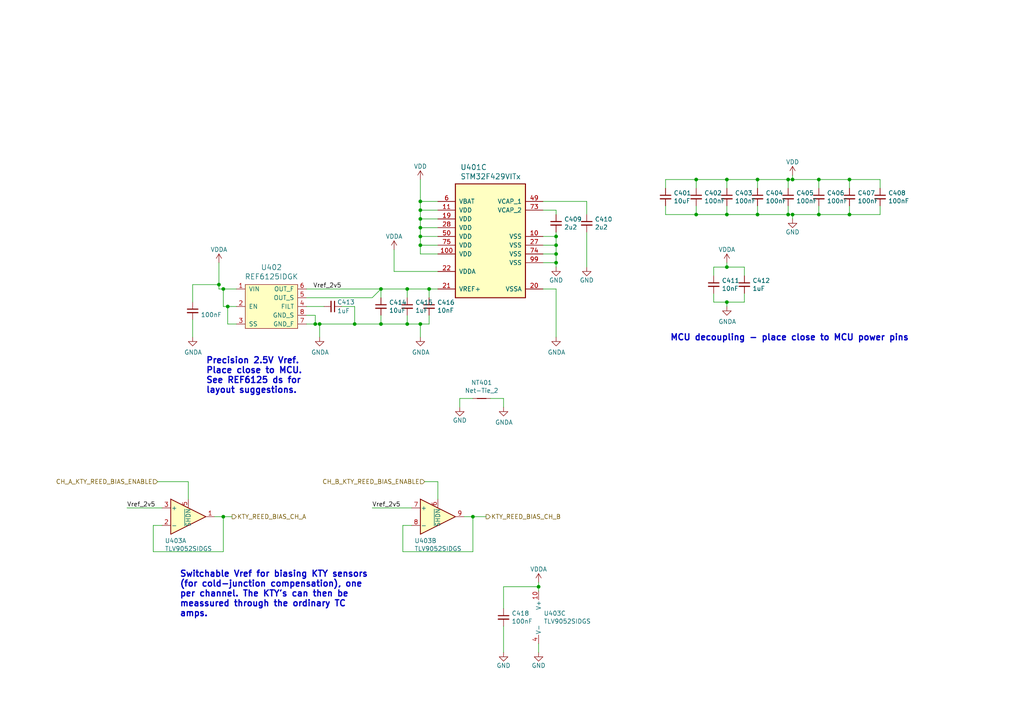
<source format=kicad_sch>
(kicad_sch (version 20211123) (generator eeschema)
  (paper "A4")
  (title_block (title "STM32F429 MCU power, decoupling, Vref") (date "2020-04-26") (rev "R0.1") (company "SolderingStationGroup : Jonny Svärd / Mathias Johansson / Magnus Thulesius"))
  (lib_symbols
    (symbol "Device:C_Small" (pin_numbers hide) (pin_names (offset 0.254) hide)
      (property "Reference" "C" (at 0.254 1.778 0))
      (property "Value" "C_Small" (at 0.254 -2.032 0))
      (symbol "C_Small_0_1"
        (polyline (pts (xy -1.524 -0.508) (xy 1.524 -0.508)) (stroke (width 0.3302)))
        (polyline (pts (xy -1.524 0.508) (xy 1.524 0.508)) (stroke (width 0.3048)))
      )
      (symbol "C_Small_1_1"
        (pin passive line (at 0 2.54 270) (length 2.032) (name "~") (number "1"))
        (pin passive line (at 0 -2.54 90) (length 2.032) (name "~") (number "2"))
      )
    )
    (symbol "Device:Net-Tie_2" (pin_numbers hide) (pin_names (offset 0) hide)
      (property "Reference" "NT" (at 0 1.27 0))
      (property "Value" "Device_Net-Tie_2" (at 0 -1.27 0))
      (symbol "Net-Tie_2_0_1"
        (polyline (pts (xy -1.27 0) (xy 1.27 0)) (stroke (width 0.254)))
      )
      (symbol "Net-Tie_2_1_1"
        (pin passive line (at -2.54 0 0) (length 2.54) (name "1") (number "1"))
        (pin passive line (at 2.54 0 180) (length 2.54) (name "2") (number "2"))
      )
    )
    (symbol "customlib_mj:REF6125IDGK" (pin_names (offset 1.016))
      (property "Reference" "U" (at 0 7.62 0))
      (property "Value" "REF6125IDGK" (at 0 -7.62 0))
      (symbol "REF6125IDGK_0_1"
        (rectangle (start -7.62 6.35) (end 7.62 -6.35) (fill (type background)))
      )
      (symbol "REF6125IDGK_1_1"
        (pin power_in line (at -10.16 5.08 0) (length 2.54) (name "VIN") (number "1"))
        (pin input line (at -10.16 0 0) (length 2.54) (name "EN") (number "2"))
        (pin passive line (at -10.16 -5.08 0) (length 2.54) (name "SS") (number "3"))
        (pin passive line (at 10.16 0 180) (length 2.54) (name "FILT") (number "4"))
        (pin input line (at 10.16 2.54 180) (length 2.54) (name "OUT_S") (number "5"))
        (pin output line (at 10.16 5.08 180) (length 2.54) (name "OUT_F") (number "6"))
        (pin power_in line (at 10.16 -5.08 180) (length 2.54) (name "GND_F") (number "7"))
        (pin power_in line (at 10.16 -2.54 180) (length 2.54) (name "GND_S") (number "8"))
      )
    )
    (symbol "customlib_mj:STM32F429VITx" (pin_names (offset 1.016))
      (property "Reference" "U" (at -10.16 46.99 0))
      (property "Value" "STM32F429VITx" (at -10.16 44.45 0))
      (symbol "STM32F429VITx_1_1"
        (rectangle (start -93.98 43.18) (end 93.98 -48.26) (stroke (width 0.3048)) (fill (type background)))
        (pin bidirectional line (at 99.06 40.64 180) (length 5.08) (name "ADC123_IN10/OTG_HS_ULPI_STP/FMC_SDNWE/PC0") (number "15"))
        (pin bidirectional line (at 99.06 38.1 180) (length 5.08) (name "ADC123_IN11/ETH_MDC/PC1") (number "16"))
        (pin bidirectional line (at 99.06 35.56 180) (length 5.08) (name "ADC123_IN12/SPI2_MISO/I2S2ext_SD/OTG_HS_ULPI_DIR/ETH_MII_TXD2/FMC_SDNE0/PC2") (number "17"))
        (pin bidirectional line (at 99.06 33.02 180) (length 5.08) (name "ADC123_IN13/SPI2_MOSI/I2S2_SD/OTG_HS_ULPI_NXT/ETH_MII_TX_CLK/FMC_SDCKE0/PC3") (number "18"))
        (pin bidirectional line (at -99.06 40.64 0) (length 5.08) (name "PA0/WKUP/TIM2_CH1/TIM2_ETR/TIM5_CH1/TIM8_ETR/USART2_CTS/UART4_TX/ETH_MII_CRS/ADC123_IN0") (number "23"))
        (pin bidirectional line (at -99.06 38.1 0) (length 5.08) (name "PA1/TIM2_CH2/TIM5_CH2/USART2_RTS/UART4_RX/ETH_MII_RX_CLK/ETH_RMII_REF_CLK/ADC123_IN1") (number "24"))
        (pin bidirectional line (at -99.06 35.56 0) (length 5.08) (name "PA2/TIM2_CH3/TIM5_CH3/TIM9_CH1/USART2_TX/ETH_MDIO/ADC123_IN2") (number "25"))
        (pin bidirectional line (at -99.06 33.02 0) (length 5.08) (name "PA3/TIM2_CH4/TIM5_CH4/TIM9_CH2/USART2_RX/OTG_HS_ULPI_D0/ETH_MII_COL/LCD_B5/ADC123_IN3") (number "26"))
        (pin bidirectional line (at -99.06 30.48 0) (length 5.08) (name "PA4(3V)/SPI1_NSS/SPI3_NSS/I2S3_WS/USART2_CK/OTG_HS_SOF/DCMI_HSYNC/LCD_VSYNC/ADC12_IN4/DAC_OUT1") (number "29"))
        (pin bidirectional line (at -99.06 27.94 0) (length 5.08) (name "PA5(3V)/TIM2_CH1/TIM2_ETR/TIM8_CH1N/SPI1_SCK/OTG_HS_ULPI_CK/ADC12_IN5/DAC_OUT2") (number "30"))
        (pin bidirectional line (at -99.06 25.4 0) (length 5.08) (name "PA6/TIM1_BKIN/TIM3_CH1/TIM8_BKIN/SPI1_MISO/TIM13_CH1/DCMI_PIXCLK/LCD_G2/ADC12_IN6") (number "31"))
        (pin bidirectional line (at -99.06 22.86 0) (length 5.08) (name "PA7/TIM1_CH1N/TIM3_CH2/TIM8_CH1N/SPI1_MOSI/TIM14_CH1/ETH_MII_RX_DV/ETH_RMII_CRS_DV/ADC12_IN7") (number "32"))
        (pin bidirectional line (at 99.06 30.48 180) (length 5.08) (name "ADC12_IN14/ETH_MII_RXD0/ETH_RMII_RXD0/PC4") (number "33"))
        (pin bidirectional line (at 99.06 27.94 180) (length 5.08) (name "ADC12_IN15/ETH_MII_RXD1/ETH_RMII_RXD1/PC5") (number "34"))
        (pin bidirectional line (at -99.06 -5.08 0) (length 5.08) (name "PB0/TIM1_CH2N/TIM3_CH3/TIM8_CH2N/LCD_R3/OTG_HS_ULPI_D1/ETH_MII_RXD2/ADC12_IN8") (number "35"))
        (pin bidirectional line (at -99.06 -7.62 0) (length 5.08) (name "PB1/TIM1_CH3N/TIM3_CH4/TIM8_CH3N/LCD_R6/OTG_HS_ULPI_D2/ETH_MII_RXD3/ADC12_IN9") (number "36"))
        (pin bidirectional line (at -99.06 -10.16 0) (length 5.08) (name "PB2/BOOT1") (number "37"))
        (pin bidirectional line (at -99.06 -30.48 0) (length 5.08) (name "PB10/TIM2_CH3/I2C2_SCL/SPI2_SCK/I2S2_CK/USART3_TX/OTG_HS_ULPI_D3/ETH_MII_RX_ER/LCD_G4") (number "47"))
        (pin bidirectional line (at -99.06 -33.02 0) (length 5.08) (name "PB11/TIM2_CH4/I2C2_SDA/USART3_RX/OTG_HS_ULPI_D4/ETH_MII_TX_EN/ETH_RMII_TX_EN/LCD_G5") (number "48"))
        (pin bidirectional line (at -99.06 -35.56 0) (length 5.08) (name "PB12/TIM1_BKIN/I2C2_SMBA/SPI2_NSS/I2S2_WS/USART3_CK/CAN2_RX/OTG_HS_ULPI_D5/ETH_MII_TXD0/ETH_RMII_TXD0/OTG_HS_ID") (number "51"))
        (pin bidirectional line (at -99.06 -38.1 0) (length 5.08) (name "PB13/TIM1_CH1N/SPI2_SCK/I2S2_CK/USART3_CTS/CAN2_TX/OTG_HS_ULPI_D6/ETH_MII_TXD1/ETH_RMII_TXD1/OTG_HS_VBUS") (number "52"))
        (pin bidirectional line (at -99.06 -40.64 0) (length 5.08) (name "PB14/TIM1_CH2N/TIM8_CH2N/SPI2_MISO/I2S2ext_SD/USART3_RTS/TIM12_CH1/OTG_HS_DM") (number "53"))
        (pin bidirectional line (at -99.06 -43.18 0) (length 5.08) (name "PB15/RTC_REFIN/TIM1_CH3N/TIM8_CH3N/SPI2_MOSI/I2S2_SD/TIM12_CH2/OTG_HS_DP") (number "54"))
        (pin bidirectional line (at 99.06 -25.4 180) (length 5.08) (name "USART3_TX/FMC_D13/PD8") (number "55"))
        (pin bidirectional line (at 99.06 -27.94 180) (length 5.08) (name "USART3_RX/FMC_D14/PD9") (number "56"))
        (pin bidirectional line (at 99.06 -30.48 180) (length 5.08) (name "USART3_CK/FMC_D15/LCD_B3/PD10") (number "57"))
        (pin bidirectional line (at 99.06 -33.02 180) (length 5.08) (name "USART3_CTS/FMC_A16/PD11") (number "58"))
        (pin bidirectional line (at 99.06 -35.56 180) (length 5.08) (name "TIM4_CH1/USART3_RTS/FMC_A17/PD12") (number "59"))
        (pin bidirectional line (at 99.06 -38.1 180) (length 5.08) (name "TIM4_CH2/FMC_A18/PD13") (number "60"))
        (pin bidirectional line (at 99.06 -40.64 180) (length 5.08) (name "TIM4_CH3/FMC_D0/PD14") (number "61"))
        (pin bidirectional line (at 99.06 -43.18 180) (length 5.08) (name "TIM4_CH4/FMC_D1/PD15") (number "62"))
        (pin bidirectional line (at 99.06 25.4 180) (length 5.08) (name "TIM3_CH1/TIM8_CH1/I2S2_MCK/USART6_TX/SDIO_D6/DCMI_D0/LCD_HSYNC/PC6") (number "63"))
        (pin bidirectional line (at 99.06 22.86 180) (length 5.08) (name "TIM3_CH2/TIM8_CH2/I2S3_MCK/USART6_RX/SDIO_D7/DCMI_D1/LCD_G6/PC7") (number "64"))
        (pin bidirectional line (at 99.06 20.32 180) (length 5.08) (name "TIM3_CH3/TIM8_CH3/USART6_CK/SDIO_D0/DCMI_D2/PC8") (number "65"))
        (pin bidirectional line (at 99.06 17.78 180) (length 5.08) (name "MCO2/TIM3_CH4/TIM8_CH4/I2C3_SDA/I2S_CKIN/SDIO_D1/DCMI_D3/PC9") (number "66"))
        (pin bidirectional line (at -99.06 20.32 0) (length 5.08) (name "PA8/MCO1/TIM1_CH1/I2C3_SCL/USART1_CK/OTG_FS_SOF/LCD_R6") (number "67"))
        (pin bidirectional line (at -99.06 17.78 0) (length 5.08) (name "PA9/TIM1_CH2/I2C3_SMBA/USART1_TX/DCMI_D0/OTG_FS_VBUS") (number "68"))
        (pin bidirectional line (at -99.06 15.24 0) (length 5.08) (name "PA10/TIM1_CH3/USART1_RX/OTG_FS_ID/DCMI_D1") (number "69"))
        (pin bidirectional line (at 99.06 7.62 180) (length 5.08) (name "TAMP_1/PC13") (number "7"))
        (pin bidirectional line (at -99.06 12.7 0) (length 5.08) (name "PA11/TIM1_CH4/USART1_CTS/CAN1_RX/LCD_R4/OTG_FS_DM") (number "70"))
        (pin bidirectional line (at -99.06 10.16 0) (length 5.08) (name "PA12/TIM1_ETR/USART1_RTS/CAN1_TX/LCD_R5/OTG_FS_DP") (number "71"))
        (pin bidirectional line (at -99.06 7.62 0) (length 5.08) (name "PA13/JTMS-SWDIO") (number "72"))
        (pin bidirectional line (at -99.06 5.08 0) (length 5.08) (name "PA14/JTCK-SWCLK") (number "76"))
        (pin bidirectional line (at -99.06 2.54 0) (length 5.08) (name "PA15/JTDI/TIM2_CH1/TIM2_ETR/SPI1_NSS/SPI3_NSS/I2S3_WS") (number "77"))
        (pin bidirectional line (at 99.06 15.24 180) (length 5.08) (name "SPI3_SCK/I2S3_CK/USART3_TX/UART4_TX/SDIO_D2/DCMI_D8/LCD_R2/PC10") (number "78"))
        (pin bidirectional line (at 99.06 12.7 180) (length 5.08) (name "I2S3ext_SD/SPI3_MISO/USART3_RX/UART4_RX/SDIO_D3/DCMI_D4/PC11") (number "79"))
        (pin bidirectional line (at 99.06 2.54 180) (length 5.08) (name "OSC32_IN/PC14") (number "8"))
        (pin bidirectional line (at 99.06 10.16 180) (length 5.08) (name "SPI3_MOSI/I2S3_SD/USART3_CK/UART5_TX/SDIO_CK/DCMI_D9/PC12") (number "80"))
        (pin bidirectional line (at 99.06 -5.08 180) (length 5.08) (name "CAN1_RX/FMC_D2/PD0") (number "81"))
        (pin bidirectional line (at 99.06 -7.62 180) (length 5.08) (name "CAN1_TX/FMC_D3/PD1") (number "82"))
        (pin bidirectional line (at 99.06 -10.16 180) (length 5.08) (name "TIM3_ETR/UART5_RX/SDIO_CMD/DCMI_D11/PD2") (number "83"))
        (pin bidirectional line (at 99.06 -12.7 180) (length 5.08) (name "SPI2_SCK/I2S2_CK/USART2_CTS/FMC_CLK/DCMI_D5/LCD_G7/PD3") (number "84"))
        (pin bidirectional line (at 99.06 -15.24 180) (length 5.08) (name "USART2_RTS/FMC_NOE/PD4") (number "85"))
        (pin bidirectional line (at 99.06 -17.78 180) (length 5.08) (name "USART2_TX/FMC_NWE/PD5") (number "86"))
        (pin bidirectional line (at 99.06 -20.32 180) (length 5.08) (name "SPI3_MOSI/I2S3_SD/SAI1_SD_A/USART2_RX/FMC_NWAIT/DCMI_D10/LCD_B2/PD6") (number "87"))
        (pin bidirectional line (at 99.06 -22.86 180) (length 5.08) (name "USART2_CK/FMC_NE1/FMC_NCE2/PD7") (number "88"))
        (pin bidirectional line (at -99.06 -12.7 0) (length 5.08) (name "PB3/JTDO/TRACESWO/TIM2_CH2/SPI1_SCK/SPI3_SCK/I2S3_CK") (number "89"))
        (pin bidirectional line (at 99.06 0 180) (length 5.08) (name "OSC32_OUT/PC15") (number "9"))
        (pin bidirectional line (at -99.06 -15.24 0) (length 5.08) (name "PB4/NJTRST/TIM3_CH1/SPI1_MISO/SPI3_MISO/I2S3ext_SD") (number "90"))
        (pin bidirectional line (at -99.06 -17.78 0) (length 5.08) (name "PB5/TIM3_CH2/I2C1_SMBA/SPI1_MOSI/SPI3_MOSI/I2S3_SD/CAN2_RX/OTG_HS_ULPI_D7/ETH_PPS_OUT/FMC_SDCKE1/DCMI_D10") (number "91"))
        (pin bidirectional line (at -99.06 -20.32 0) (length 5.08) (name "PB6/TIM4_CH1/I2C1_SCL/USART1_TX/CAN2_TX/FMC_SDNE1/DCMI_D5") (number "92"))
        (pin bidirectional line (at -99.06 -22.86 0) (length 5.08) (name "PB7/TIM4_CH2/I2C1_SDA/USART1_RX/FMC_NL/DCMI_VSYNC") (number "93"))
        (pin bidirectional line (at -99.06 -25.4 0) (length 5.08) (name "PB8/TIM4_CH3/TIM10_CH1/I2C1_SCL/CAN1_RX/ETH_MII_TXD3/SDIO_D4/DCMI_D6/LCD_B6") (number "95"))
        (pin bidirectional line (at -99.06 -27.94 0) (length 5.08) (name "PB9/TIM4_CH4/TIM11_CH1/I2C1_SDA/SPI2_NSS/I2S2_WS/CAN1_TX/SDIO_D5/DCMI_D7/LCD_B7") (number "96"))
      )
      (symbol "STM32F429VITx_2_1"
        (rectangle (start -43.18 43.18) (end 43.18 0) (stroke (width 0.3048)) (fill (type background)))
        (pin bidirectional line (at 48.26 35.56 180) (length 5.08) (name "TRACECLK/SPI4_SCK/SAI1_MCLK_A/ETH_MII_TXD3/FMC_A23/PE2") (number "1"))
        (pin input line (at -48.26 10.16 0) (length 5.08) (name "PH0/OSC_IN") (number "12"))
        (pin input line (at -48.26 2.54 0) (length 5.08) (name "PH1/OSC_OUT") (number "13"))
        (pin input line (at -48.26 25.4 0) (length 5.08) (name "NRST") (number "14"))
        (pin bidirectional line (at 48.26 33.02 180) (length 5.08) (name "TRACED0/SAI1_SD_B/FMC_A19/PE3") (number "2"))
        (pin bidirectional line (at 48.26 30.48 180) (length 5.08) (name "TRACED1/SPI4_NSS/SAI1_FS_A/FMC_A20/DCMI_D4/LCD_B0/PE4") (number "3"))
        (pin bidirectional line (at 48.26 22.86 180) (length 5.08) (name "TIM1_ETR/UART7_Rx/FMC_D4/PE7") (number "38"))
        (pin bidirectional line (at 48.26 20.32 180) (length 5.08) (name "TIM1_CH1N/UART7_Tx/FMC_D5/PE8") (number "39"))
        (pin bidirectional line (at 48.26 27.94 180) (length 5.08) (name "TRACED2/TIM9_CH1/SPI4_MISO/SAI1_SCK_A/FMC_A21/DCMI_D6/LCD_G0/PE5") (number "4"))
        (pin bidirectional line (at 48.26 17.78 180) (length 5.08) (name "TIM1_CH1/FMC_D6/PE9") (number "40"))
        (pin bidirectional line (at 48.26 15.24 180) (length 5.08) (name "TIM1_CH2N/FMC_D7/PE10") (number "41"))
        (pin bidirectional line (at 48.26 12.7 180) (length 5.08) (name "TIM1_CH2/SPI4_NSS/FMC_D8/LCD_G3/PE11") (number "42"))
        (pin bidirectional line (at 48.26 10.16 180) (length 5.08) (name "TIM1_CH3N/SPI4_SCK/FMC_D9/LCD_B4/PE12") (number "43"))
        (pin bidirectional line (at 48.26 7.62 180) (length 5.08) (name "TIM1_CH3/SPI4_MISO/FMC_D10/LCD_DE/PE13") (number "44"))
        (pin bidirectional line (at 48.26 5.08 180) (length 5.08) (name "TIM1_CH4/SPI4_MOSI/FMC_D11/LCD_CLK/PE14") (number "45"))
        (pin bidirectional line (at 48.26 2.54 180) (length 5.08) (name "TIM1_BKIN/FMC_D12/LCD_R7/PE15") (number "46"))
        (pin bidirectional line (at 48.26 25.4 180) (length 5.08) (name "TRACED3/TIM9_CH2/SPI4_MOSI/SAI1_SD_A/FMC_A22/DCMI_D7/LCD_G1/PE6") (number "5"))
        (pin input line (at -48.26 40.64 0) (length 5.08) (name "BOOT0") (number "94"))
        (pin bidirectional line (at 48.26 40.64 180) (length 5.08) (name "TIM4_ETR/UART8_RX/FMC_NBL0/DCMI_D2/PE0") (number "97"))
        (pin bidirectional line (at 48.26 38.1 180) (length 5.08) (name "UART8_Tx/FMC_NBL1/DCMI_D3/PE1") (number "98"))
      )
      (symbol "STM32F429VITx_3_1"
        (rectangle (start -10.16 27.94) (end 10.16 -5.08) (stroke (width 0.3048)) (fill (type background)))
        (pin power_in line (at 15.24 12.7 180) (length 5.08) (name "VSS") (number "10"))
        (pin power_in line (at -15.24 7.62 0) (length 5.08) (name "VDD") (number "100"))
        (pin power_in line (at -15.24 20.32 0) (length 5.08) (name "VDD") (number "11"))
        (pin power_in line (at -15.24 17.78 0) (length 5.08) (name "VDD") (number "19"))
        (pin power_in line (at 15.24 -2.54 180) (length 5.08) (name "VSSA") (number "20"))
        (pin power_in line (at -15.24 -2.54 0) (length 5.08) (name "VREF+") (number "21"))
        (pin power_in line (at -15.24 2.54 0) (length 5.08) (name "VDDA") (number "22"))
        (pin power_in line (at 15.24 10.16 180) (length 5.08) (name "VSS") (number "27"))
        (pin power_in line (at -15.24 15.24 0) (length 5.08) (name "VDD") (number "28"))
        (pin power_out line (at 15.24 22.86 180) (length 5.08) (name "VCAP_1") (number "49"))
        (pin power_in line (at -15.24 12.7 0) (length 5.08) (name "VDD") (number "50"))
        (pin power_in line (at -15.24 22.86 0) (length 5.08) (name "VBAT") (number "6"))
        (pin power_out line (at 15.24 20.32 180) (length 5.08) (name "VCAP_2") (number "73"))
        (pin power_in line (at 15.24 7.62 180) (length 5.08) (name "VSS") (number "74"))
        (pin power_in line (at -15.24 10.16 0) (length 5.08) (name "VDD") (number "75"))
        (pin power_in line (at 15.24 5.08 180) (length 5.08) (name "VSS") (number "99"))
      )
      (symbol "STM32F429VITx_4_1"
        (rectangle (start -27.94 15.24) (end 30.48 -7.62))
        (polyline (pts (xy -27.94 4.445) (xy 30.48 4.445)))
        (polyline (pts (xy -12.7 6.985) (xy -12.7 -7.62)))
        (polyline (pts (xy 3.175 6.985) (xy 3.175 -7.62)))
        (text "   0       1    ROM/bootldr" (at -26.67 -1.27 0) (effects (font (size 2.54 2.54)) (justify left)))
        (text "   1       1    Int. SRAM" (at -26.67 -5.08 0) (effects (font (size 2.54 2.54)) (justify left)))
        (text "   x       0    Main flash" (at -26.67 2.54 0) (effects (font (size 2.54 2.54)) (justify left)))
        (text "BOOT modes" (at -26.67 11.43 0) (effects (font (size 3.81 3.81) bold) (justify left)))
        (text "BOOT1  BOOT0  Mode" (at -26.67 6.35 0) (effects (font (size 2.54 2.54)) (justify left)))
      )
    )
    (symbol "customlib_mj:TLV9052SIDGS" (pin_names (offset 0.127))
      (property "Reference" "U" (at 1.27 3.81 0))
      (property "Value" "TLV9052SIDGS" (at -2.54 -5.08 0))
      (symbol "TLV9052SIDGS_1_1"
        (polyline (pts (xy -5.08 5.08) (xy 5.08 0) (xy -5.08 -5.08) (xy -5.08 5.08)) (stroke (width 0.254)) (fill (type background)))
        (pin output line (at 7.62 0 180) (length 2.54) (name "~") (number "1"))
        (pin input line (at -7.62 -2.54 0) (length 2.54) (name "-") (number "2"))
        (pin input line (at -7.62 2.54 0) (length 2.54) (name "+") (number "3"))
        (pin input line (at 0 5.08 270) (length 2.54) (name "~{SHDN}") (number "5"))
      )
      (symbol "TLV9052SIDGS_2_1"
        (polyline (pts (xy -5.08 5.08) (xy 5.08 0) (xy -5.08 -5.08) (xy -5.08 5.08)) (stroke (width 0.254)) (fill (type background)))
        (pin input line (at 0 5.08 270) (length 2.54) (name "~{SHDN}") (number "6"))
        (pin input line (at -7.62 2.54 0) (length 2.54) (name "+") (number "7"))
        (pin input line (at -7.62 -2.54 0) (length 2.54) (name "-") (number "8"))
        (pin output line (at 7.62 0 180) (length 2.54) (name "~") (number "9"))
      )
      (symbol "TLV9052SIDGS_3_1"
        (pin power_in line (at 0 7.62 270) (length 2.54) (name "V+") (number "10"))
        (pin power_in line (at 0 -7.62 90) (length 2.54) (name "V-") (number "4"))
      )
    )
    (symbol "power:GND" (power) (pin_names (offset 0))
      (property "Value" "GND" (at 0 -3.81 0))
      (symbol "GND_0_1"
        (polyline (pts (xy 0 0) (xy 0 -1.27) (xy 1.27 -1.27) (xy 0 -2.54) (xy -1.27 -1.27) (xy 0 -1.27)))
      )
      (symbol "GND_1_1"
        (pin power_in line (at 0 0 270) (length 0) hide (name "GND") (number "1"))
      )
    )
    (symbol "power:GNDA" (power) (pin_names (offset 0))
      (property "Value" "GNDA" (at 0 -3.81 0))
      (symbol "GNDA_0_1"
        (polyline (pts (xy 0 0) (xy 0 -1.27) (xy 1.27 -1.27) (xy 0 -2.54) (xy -1.27 -1.27) (xy 0 -1.27)))
      )
      (symbol "GNDA_1_1"
        (pin power_in line (at 0 0 270) (length 0) hide (name "GNDA") (number "1"))
      )
    )
    (symbol "power:VDD" (power) (pin_names (offset 0))
      (property "Value" "VDD" (at 0 3.81 0))
      (symbol "VDD_0_1"
        (polyline (pts (xy -0.762 1.27) (xy 0 2.54)))
        (polyline (pts (xy 0 0) (xy 0 2.54)))
        (polyline (pts (xy 0 2.54) (xy 0.762 1.27)))
      )
      (symbol "VDD_1_1"
        (pin power_in line (at 0 0 90) (length 0) hide (name "VDD") (number "1"))
      )
    )
    (symbol "power:VDDA" (power) (pin_names (offset 0))
      (property "Value" "VDDA" (at 0 3.81 0))
      (symbol "VDDA_0_1"
        (polyline (pts (xy -0.762 1.27) (xy 0 2.54)))
        (polyline (pts (xy 0 0) (xy 0 2.54)))
        (polyline (pts (xy 0 2.54) (xy 0.762 1.27)))
      )
      (symbol "VDDA_1_1"
        (pin power_in line (at 0 0 90) (length 0) hide (name "VDDA") (number "1"))
      )
    )
  )
  (junction (at 237.49 52.07))
  (junction (at 210.82 77.47))
  (junction (at 118.11 93.98))
  (junction (at 210.82 62.23))
  (junction (at 161.29 76.2))
  (junction (at 219.71 52.07))
  (junction (at 118.11 83.82))
  (junction (at 66.04 88.9))
  (junction (at 210.82 87.63))
  (junction (at 229.87 52.07))
  (junction (at 246.38 62.23))
  (junction (at 102.87 93.98))
  (junction (at 121.92 63.5))
  (junction (at 92.71 93.98))
  (junction (at 219.71 62.23))
  (junction (at 121.92 58.42))
  (junction (at 246.38 52.07))
  (junction (at 161.29 71.12))
  (junction (at 161.29 73.66))
  (junction (at 63.5 82.55))
  (junction (at 64.77 83.82))
  (junction (at 121.92 66.04))
  (junction (at 110.49 83.82))
  (junction (at 237.49 62.23))
  (junction (at 229.87 62.23))
  (junction (at 121.92 68.58))
  (junction (at 156.21 170.18))
  (junction (at 210.82 52.07))
  (junction (at 121.92 71.12))
  (junction (at 228.6 52.07))
  (junction (at 110.49 93.98))
  (junction (at 64.77 149.86))
  (junction (at 201.93 52.07))
  (junction (at 121.92 60.96))
  (junction (at 137.16 149.86))
  (junction (at 201.93 62.23))
  (junction (at 228.6 62.23))
  (junction (at 124.46 83.82))
  (junction (at 91.44 93.98))
  (junction (at 121.92 93.98))
  (junction (at 161.29 68.58))
  (wire (pts (xy 88.9 91.44) (xy 91.44 91.44)))
  (wire (pts (xy 161.29 83.82) (xy 157.48 83.82)))
  (wire (pts (xy 246.38 62.23) (xy 255.27 62.23)))
  (wire (pts (xy 161.29 62.23) (xy 161.29 60.96)))
  (wire (pts (xy 66.04 88.9) (xy 64.77 88.9)))
  (wire (pts (xy 229.87 63.5) (xy 229.87 62.23)))
  (wire (pts (xy 114.3 72.39) (xy 114.3 78.74)))
  (wire (pts (xy 88.9 83.82) (xy 110.49 83.82)))
  (wire (pts (xy 146.05 170.18) (xy 146.05 176.53)))
  (wire (pts (xy 93.98 88.9) (xy 88.9 88.9)))
  (wire (pts (xy 142.24 115.57) (xy 146.05 115.57)))
  (wire (pts (xy 110.49 83.82) (xy 107.95 86.36)))
  (wire (pts (xy 92.71 93.98) (xy 102.87 93.98)))
  (wire (pts (xy 215.9 87.63) (xy 210.82 87.63)))
  (wire (pts (xy 210.82 87.63) (xy 207.01 87.63)))
  (wire (pts (xy 121.92 71.12) (xy 121.92 68.58)))
  (wire (pts (xy 107.95 86.36) (xy 88.9 86.36)))
  (wire (pts (xy 255.27 62.23) (xy 255.27 59.69)))
  (wire (pts (xy 201.93 59.69) (xy 201.93 62.23)))
  (wire (pts (xy 54.61 139.7) (xy 45.72 139.7)))
  (wire (pts (xy 64.77 83.82) (xy 63.5 83.82)))
  (wire (pts (xy 55.88 87.63) (xy 55.88 82.55)))
  (wire (pts (xy 99.06 88.9) (xy 102.87 88.9)))
  (wire (pts (xy 219.71 54.61) (xy 219.71 52.07)))
  (wire (pts (xy 127 60.96) (xy 121.92 60.96)))
  (wire (pts (xy 170.18 67.31) (xy 170.18 77.47)))
  (wire (pts (xy 64.77 149.86) (xy 64.77 160.02)))
  (wire (pts (xy 63.5 83.82) (xy 63.5 82.55)))
  (wire (pts (xy 210.82 62.23) (xy 219.71 62.23)))
  (wire (pts (xy 201.93 52.07) (xy 201.93 54.61)))
  (wire (pts (xy 55.88 82.55) (xy 63.5 82.55)))
  (wire (pts (xy 118.11 91.44) (xy 118.11 93.98)))
  (wire (pts (xy 229.87 50.8) (xy 229.87 52.07)))
  (wire (pts (xy 127 73.66) (xy 121.92 73.66)))
  (wire (pts (xy 91.44 93.98) (xy 88.9 93.98)))
  (wire (pts (xy 146.05 115.57) (xy 146.05 118.11)))
  (wire (pts (xy 156.21 171.45) (xy 156.21 170.18)))
  (wire (pts (xy 228.6 59.69) (xy 228.6 62.23)))
  (wire (pts (xy 228.6 62.23) (xy 229.87 62.23)))
  (wire (pts (xy 201.93 62.23) (xy 210.82 62.23)))
  (wire (pts (xy 119.38 147.32) (xy 107.95 147.32)))
  (wire (pts (xy 116.84 152.4) (xy 119.38 152.4)))
  (wire (pts (xy 137.16 149.86) (xy 137.16 160.02)))
  (wire (pts (xy 161.29 71.12) (xy 161.29 73.66)))
  (wire (pts (xy 54.61 139.7) (xy 54.61 144.78)))
  (wire (pts (xy 127 63.5) (xy 121.92 63.5)))
  (wire (pts (xy 91.44 91.44) (xy 91.44 93.98)))
  (wire (pts (xy 62.23 149.86) (xy 64.77 149.86)))
  (wire (pts (xy 246.38 54.61) (xy 246.38 52.07)))
  (wire (pts (xy 110.49 93.98) (xy 102.87 93.98)))
  (wire (pts (xy 66.04 93.98) (xy 66.04 88.9)))
  (wire (pts (xy 210.82 77.47) (xy 215.9 77.47)))
  (wire (pts (xy 124.46 86.36) (xy 124.46 83.82)))
  (wire (pts (xy 44.45 152.4) (xy 46.99 152.4)))
  (wire (pts (xy 157.48 58.42) (xy 170.18 58.42)))
  (wire (pts (xy 255.27 52.07) (xy 255.27 54.61)))
  (wire (pts (xy 219.71 59.69) (xy 219.71 62.23)))
  (wire (pts (xy 114.3 78.74) (xy 127 78.74)))
  (wire (pts (xy 121.92 60.96) (xy 121.92 58.42)))
  (wire (pts (xy 157.48 68.58) (xy 161.29 68.58)))
  (wire (pts (xy 64.77 88.9) (xy 64.77 83.82)))
  (wire (pts (xy 55.88 97.79) (xy 55.88 92.71)))
  (wire (pts (xy 146.05 189.23) (xy 146.05 181.61)))
  (wire (pts (xy 201.93 52.07) (xy 210.82 52.07)))
  (wire (pts (xy 210.82 54.61) (xy 210.82 52.07)))
  (wire (pts (xy 64.77 160.02) (xy 44.45 160.02)))
  (wire (pts (xy 102.87 88.9) (xy 102.87 93.98)))
  (wire (pts (xy 193.04 52.07) (xy 201.93 52.07)))
  (wire (pts (xy 44.45 160.02) (xy 44.45 152.4)))
  (wire (pts (xy 193.04 59.69) (xy 193.04 62.23)))
  (wire (pts (xy 68.58 93.98) (xy 66.04 93.98)))
  (wire (pts (xy 134.62 149.86) (xy 137.16 149.86)))
  (wire (pts (xy 92.71 93.98) (xy 91.44 93.98)))
  (wire (pts (xy 161.29 67.31) (xy 161.29 68.58)))
  (wire (pts (xy 68.58 88.9) (xy 66.04 88.9)))
  (wire (pts (xy 133.35 115.57) (xy 137.16 115.57)))
  (wire (pts (xy 157.48 76.2) (xy 161.29 76.2)))
  (wire (pts (xy 237.49 54.61) (xy 237.49 52.07)))
  (wire (pts (xy 161.29 73.66) (xy 161.29 76.2)))
  (wire (pts (xy 121.92 68.58) (xy 121.92 66.04)))
  (wire (pts (xy 123.19 139.7) (xy 127 139.7)))
  (wire (pts (xy 156.21 170.18) (xy 146.05 170.18)))
  (wire (pts (xy 118.11 83.82) (xy 110.49 83.82)))
  (wire (pts (xy 237.49 52.07) (xy 246.38 52.07)))
  (wire (pts (xy 228.6 52.07) (xy 229.87 52.07)))
  (wire (pts (xy 121.92 58.42) (xy 121.92 52.07)))
  (wire (pts (xy 215.9 85.09) (xy 215.9 87.63)))
  (wire (pts (xy 127 58.42) (xy 121.92 58.42)))
  (wire (pts (xy 63.5 82.55) (xy 63.5 76.2)))
  (wire (pts (xy 246.38 59.69) (xy 246.38 62.23)))
  (wire (pts (xy 237.49 59.69) (xy 237.49 62.23)))
  (wire (pts (xy 118.11 86.36) (xy 118.11 83.82)))
  (wire (pts (xy 157.48 73.66) (xy 161.29 73.66)))
  (wire (pts (xy 127 71.12) (xy 121.92 71.12)))
  (wire (pts (xy 193.04 62.23) (xy 201.93 62.23)))
  (wire (pts (xy 68.58 83.82) (xy 64.77 83.82)))
  (wire (pts (xy 121.92 93.98) (xy 124.46 93.98)))
  (wire (pts (xy 133.35 118.11) (xy 133.35 115.57)))
  (wire (pts (xy 219.71 62.23) (xy 228.6 62.23)))
  (wire (pts (xy 137.16 149.86) (xy 140.97 149.86)))
  (wire (pts (xy 207.01 77.47) (xy 207.01 80.01)))
  (wire (pts (xy 246.38 52.07) (xy 255.27 52.07)))
  (wire (pts (xy 127 68.58) (xy 121.92 68.58)))
  (wire (pts (xy 161.29 76.2) (xy 161.29 77.47)))
  (wire (pts (xy 157.48 71.12) (xy 161.29 71.12)))
  (wire (pts (xy 92.71 97.79) (xy 92.71 93.98)))
  (wire (pts (xy 229.87 52.07) (xy 237.49 52.07)))
  (wire (pts (xy 210.82 59.69) (xy 210.82 62.23)))
  (wire (pts (xy 210.82 88.9) (xy 210.82 87.63)))
  (wire (pts (xy 137.16 160.02) (xy 116.84 160.02)))
  (wire (pts (xy 215.9 77.47) (xy 215.9 80.01)))
  (wire (pts (xy 210.82 77.47) (xy 207.01 77.47)))
  (wire (pts (xy 207.01 87.63) (xy 207.01 85.09)))
  (wire (pts (xy 121.92 93.98) (xy 118.11 93.98)))
  (wire (pts (xy 229.87 62.23) (xy 237.49 62.23)))
  (wire (pts (xy 118.11 93.98) (xy 110.49 93.98)))
  (wire (pts (xy 127 139.7) (xy 127 144.78)))
  (wire (pts (xy 110.49 83.82) (xy 110.49 86.36)))
  (wire (pts (xy 46.99 147.32) (xy 36.83 147.32)))
  (wire (pts (xy 237.49 62.23) (xy 246.38 62.23)))
  (wire (pts (xy 121.92 66.04) (xy 121.92 63.5)))
  (wire (pts (xy 156.21 170.18) (xy 156.21 168.91)))
  (wire (pts (xy 219.71 52.07) (xy 228.6 52.07)))
  (wire (pts (xy 170.18 58.42) (xy 170.18 62.23)))
  (wire (pts (xy 121.92 73.66) (xy 121.92 71.12)))
  (wire (pts (xy 121.92 63.5) (xy 121.92 60.96)))
  (wire (pts (xy 121.92 97.79) (xy 121.92 93.98)))
  (wire (pts (xy 210.82 52.07) (xy 219.71 52.07)))
  (wire (pts (xy 124.46 93.98) (xy 124.46 91.44)))
  (wire (pts (xy 161.29 60.96) (xy 157.48 60.96)))
  (wire (pts (xy 161.29 97.79) (xy 161.29 83.82)))
  (wire (pts (xy 127 83.82) (xy 124.46 83.82)))
  (wire (pts (xy 161.29 68.58) (xy 161.29 71.12)))
  (wire (pts (xy 210.82 76.2) (xy 210.82 77.47)))
  (wire (pts (xy 110.49 91.44) (xy 110.49 93.98)))
  (wire (pts (xy 127 66.04) (xy 121.92 66.04)))
  (wire (pts (xy 193.04 54.61) (xy 193.04 52.07)))
  (wire (pts (xy 116.84 160.02) (xy 116.84 152.4)))
  (wire (pts (xy 228.6 54.61) (xy 228.6 52.07)))
  (wire (pts (xy 156.21 189.23) (xy 156.21 186.69)))
  (wire (pts (xy 64.77 149.86) (xy 67.31 149.86)))
  (wire (pts (xy 124.46 83.82) (xy 118.11 83.82)))
  (text "MCU decoupling - place close to MCU power pins" (at 194.31 99.06 0) (effects (font (size 1.778 1.778) (thickness 0.3556) bold) (justify left bottom)))
  (text "Precision 2.5V Vref.\nPlace close to MCU.\nSee REF6125 ds for\nlayout suggestions." (at 59.69 114.3 0) (effects (font (size 1.778 1.778) (thickness 0.3556) bold) (justify left bottom)))
  (text "Switchable Vref for biasing KTY sensors\n(for cold-junction compensation), one\nper channel. The KTY's can then be\nmeassured through the ordinary TC \namps.\n" (at 52.07 179.07 0) (effects (font (size 1.778 1.778) (thickness 0.3556) bold) (justify left bottom)))
  (label "Vref_2v5" (at 99.06 83.82 180))
  (label "Vref_2v5" (at 36.83 147.32 0))
  (label "Vref_2v5" (at 107.95 147.32 0))
  (hierarchical_label "CH_B_KTY_REED_BIAS_ENABLE" (shape input) (at 123.19 139.7 180))
  (hierarchical_label "CH_A_KTY_REED_BIAS_ENABLE" (shape input) (at 45.72 139.7 180))
  (hierarchical_label "KTY_REED_BIAS_CH_B" (shape output) (at 140.97 149.86 0))
  (hierarchical_label "KTY_REED_BIAS_CH_A" (shape output) (at 67.31 149.86 0))
  (symbol (lib_id "customlib_mj:STM32F429VITx") (at 142.24 81.28 0) (unit 3)
    (property "Reference" "U401" (at 133.5024 48.514 0) (effects (font (size 1.524 1.524)) (justify left)))
    (property "Value" "STM32F429VITx" (at 133.5024 51.2064 0) (effects (font (size 1.524 1.524)) (justify left)))
    (property "Footprint" "Package_QFP:LQFP-100_14x14mm_P0.5mm" (effects hide))
    (property "Datasheet" "https://www.st.com/resource/en/datasheet/stm32f429ng.pdf" (effects hide))
    (property "manf#" "STM32F429VITx" (effects hide))
    (property "Field5" "ARM Cortex-M4 MCU, 2048KB flash, 192KB RAM, 180MHz, 1.8-3.6V, 82 GPIO, LQFP-100 14x14mm. Ref. Man : RM0090" (effects hide))
    (property "JLC_part" "Extended" (effects hide))
    (property "LCSC" "C92002" (effects hide))
  )
  (symbol (lib_id "power:GND") (at 161.29 77.47 0) (unit 1)
    (property "Reference" "#PWR0407" (effects hide))
    (property "Value" "GND" (at 161.29 81.28 0))
  )
  (symbol (lib_id "power:VDD") (at 121.92 52.07 0) (unit 1)
    (property "Reference" "#PWR0402" (effects hide))
    (property "Value" "VDD" (at 121.92 48.26 0))
  )
  (symbol (lib_id "customlib_mj:REF6125IDGK") (at 78.74 88.9 0) (unit 1)
    (property "Reference" "U402" (at 78.74 77.5462 0) (effects (font (size 1.524 1.524))))
    (property "Value" "REF6125IDGK" (at 78.74 80.2386 0) (effects (font (size 1.524 1.524))))
    (property "Footprint" "Package_SO:VSSOP-8_3.0x3.0mm_P0.65mm" (effects hide))
    (property "Datasheet" "https://www.ti.com/lit/gpn/ref6125" (effects hide))
  )
  (symbol (lib_id "customlib_mj:TLV9052SIDGS") (at 54.61 149.86 0) (unit 1)
    (property "Reference" "U403" (at 47.8028 156.845 0) (effects (justify left)))
    (property "Value" "TLV9052SIDGS" (at 47.8028 159.1564 0) (effects (justify left)))
    (property "Footprint" "Package_SO:VSSOP-10_3x3mm_P0.5mm" (effects hide))
    (property "Datasheet" "https://www.ti.com/lit/gpn/tlv9052" (effects hide))
  )
  (symbol (lib_id "customlib_mj:TLV9052SIDGS") (at 127 149.86 0) (unit 2)
    (property "Reference" "U403" (at 120.1928 156.845 0) (effects (justify left)))
    (property "Value" "TLV9052SIDGS" (at 120.1928 159.1564 0) (effects (justify left)))
    (property "Footprint" "Package_SO:VSSOP-10_3x3mm_P0.5mm" (effects hide))
    (property "Datasheet" "https://www.ti.com/lit/gpn/tlv9052" (effects hide))
  )
  (symbol (lib_id "Device:C_Small") (at 110.49 88.9 0) (unit 1)
    (property "Reference" "C414" (at 112.8268 87.7316 0) (effects (justify left)))
    (property "Value" "10uF" (at 112.8268 90.043 0) (effects (justify left)))
    (property "Footprint" "Capacitor_SMD:C_0402_1005Metric" (effects hide))
    (property "JLC_part" "Basic" (effects hide))
    (property "LCSC" "C15525" (effects hide))
  )
  (symbol (lib_id "Device:C_Small") (at 96.52 88.9 270) (unit 1)
    (property "Reference" "C413" (at 97.79 87.63 90) (effects (justify left)))
    (property "Value" "1uF" (at 97.79 90.17 90) (effects (justify left)))
    (property "Footprint" "Capacitor_SMD:C_0402_1005Metric" (effects hide))
    (property "JLC_part" "Basic" (effects hide))
    (property "LCSC" "C52923" (effects hide))
  )
  (symbol (lib_id "Device:C_Small") (at 55.88 90.17 0) (unit 1)
    (property "Reference" "C417" (effects hide))
    (property "Value" "100nF" (at 58.2168 91.313 0) (effects (justify left)))
    (property "Footprint" "Capacitor_SMD:C_0402_1005Metric" (effects hide))
    (property "JLC_part" "Basic" (effects hide))
    (property "LCSC" "C1525" (effects hide))
  )
  (symbol (lib_id "power:GNDA") (at 92.71 97.79 0) (unit 1)
    (property "Reference" "#PWR0411" (effects hide))
    (property "Value" "GNDA" (at 92.837 102.1842 0))
  )
  (symbol (lib_id "power:GNDA") (at 121.92 97.79 0) (unit 1)
    (property "Reference" "#PWR0412" (effects hide))
    (property "Value" "GNDA" (at 122.047 102.1842 0))
  )
  (symbol (lib_id "power:GNDA") (at 55.88 97.79 0) (unit 1)
    (property "Reference" "#PWR0410" (effects hide))
    (property "Value" "GNDA" (at 56.007 102.1842 0))
  )
  (symbol (lib_id "power:GNDA") (at 161.29 97.79 0) (unit 1)
    (property "Reference" "#PWR0413" (effects hide))
    (property "Value" "GNDA" (at 161.417 102.1842 0))
  )
  (symbol (lib_id "power:VDDA") (at 63.5 76.2 0) (unit 1)
    (property "Reference" "#PWR0405" (effects hide))
    (property "Value" "VDDA" (at 63.5 72.39 0))
  )
  (symbol (lib_id "power:VDDA") (at 114.3 72.39 0) (unit 1)
    (property "Reference" "#PWR0404" (effects hide))
    (property "Value" "VDDA" (at 114.3 68.58 0))
  )
  (symbol (lib_id "power:VDDA") (at 210.82 76.2 0) (unit 1)
    (property "Reference" "#PWR0406" (effects hide))
    (property "Value" "VDDA" (at 210.82 72.39 0))
  )
  (symbol (lib_id "power:GNDA") (at 210.82 88.9 0) (unit 1)
    (property "Reference" "#PWR0409" (effects hide))
    (property "Value" "GNDA" (at 210.947 93.2942 0))
  )
  (symbol (lib_id "Device:C_Small") (at 207.01 82.55 0) (unit 1)
    (property "Reference" "C411" (at 209.3468 81.3816 0) (effects (justify left)))
    (property "Value" "10nF" (at 209.3468 83.693 0) (effects (justify left)))
    (property "Footprint" "Capacitor_SMD:C_0402_1005Metric" (effects hide))
    (property "JLC_part" "Basic" (effects hide))
    (property "LCSC" "C15195" (effects hide))
  )
  (symbol (lib_id "Device:C_Small") (at 255.27 57.15 0) (unit 1)
    (property "Reference" "C408" (at 257.6068 55.9816 0) (effects (justify left)))
    (property "Value" "100nF" (at 257.6068 58.293 0) (effects (justify left)))
    (property "Footprint" "Capacitor_SMD:C_0402_1005Metric" (effects hide))
    (property "JLC_part" "Basic" (effects hide))
    (property "LCSC" "C1525" (effects hide))
  )
  (symbol (lib_id "Device:C_Small") (at 246.38 57.15 0) (unit 1)
    (property "Reference" "C407" (at 248.7168 55.9816 0) (effects (justify left)))
    (property "Value" "100nF" (at 248.7168 58.293 0) (effects (justify left)))
    (property "Footprint" "Capacitor_SMD:C_0402_1005Metric" (effects hide))
    (property "JLC_part" "Basic" (effects hide))
    (property "LCSC" "C1525" (effects hide))
  )
  (symbol (lib_id "Device:C_Small") (at 237.49 57.15 0) (unit 1)
    (property "Reference" "C406" (at 239.8268 55.9816 0) (effects (justify left)))
    (property "Value" "100nF" (at 239.8268 58.293 0) (effects (justify left)))
    (property "Footprint" "Capacitor_SMD:C_0402_1005Metric" (effects hide))
    (property "JLC_part" "Basic" (effects hide))
    (property "LCSC" "C1525" (effects hide))
  )
  (symbol (lib_id "Device:C_Small") (at 228.6 57.15 0) (unit 1)
    (property "Reference" "C405" (at 230.9368 55.9816 0) (effects (justify left)))
    (property "Value" "100nF" (at 230.9368 58.293 0) (effects (justify left)))
    (property "Footprint" "Capacitor_SMD:C_0402_1005Metric" (effects hide))
    (property "JLC_part" "Basic" (effects hide))
    (property "LCSC" "C1525" (effects hide))
  )
  (symbol (lib_id "Device:C_Small") (at 219.71 57.15 0) (unit 1)
    (property "Reference" "C404" (at 222.0468 55.9816 0) (effects (justify left)))
    (property "Value" "100nF" (at 222.0468 58.293 0) (effects (justify left)))
    (property "Footprint" "Capacitor_SMD:C_0402_1005Metric" (effects hide))
    (property "JLC_part" "Basic" (effects hide))
    (property "LCSC" "C1525" (effects hide))
  )
  (symbol (lib_id "Device:C_Small") (at 210.82 57.15 0) (unit 1)
    (property "Reference" "C403" (at 213.1568 55.9816 0) (effects (justify left)))
    (property "Value" "100nF" (at 213.1568 58.293 0) (effects (justify left)))
    (property "Footprint" "Capacitor_SMD:C_0402_1005Metric" (effects hide))
    (property "JLC_part" "Basic" (effects hide))
    (property "LCSC" "C1525" (effects hide))
  )
  (symbol (lib_id "Device:C_Small") (at 201.93 57.15 0) (unit 1)
    (property "Reference" "C402" (at 204.2668 55.9816 0) (effects (justify left)))
    (property "Value" "100nF" (at 204.2668 58.293 0) (effects (justify left)))
    (property "Footprint" "Capacitor_SMD:C_0402_1005Metric" (effects hide))
    (property "JLC_part" "Basic" (effects hide))
    (property "LCSC" "C1525" (effects hide))
  )
  (symbol (lib_id "power:VDD") (at 229.87 50.8 0) (unit 1)
    (property "Reference" "#PWR0401" (effects hide))
    (property "Value" "VDD" (at 229.87 46.99 0))
  )
  (symbol (lib_id "power:GND") (at 229.87 63.5 0) (unit 1)
    (property "Reference" "#PWR0403" (effects hide))
    (property "Value" "GND" (at 229.87 67.31 0))
  )
  (symbol (lib_id "Device:C_Small") (at 193.04 57.15 0) (unit 1)
    (property "Reference" "C401" (at 195.3768 55.9816 0) (effects (justify left)))
    (property "Value" "10uF" (at 195.3768 58.293 0) (effects (justify left)))
    (property "Footprint" "Capacitor_SMD:C_0402_1005Metric" (effects hide))
    (property "JLC_part" "Basic" (effects hide))
    (property "LCSC" "C15525" (effects hide))
  )
  (symbol (lib_id "Device:Net-Tie_2") (at 139.7 115.57 0) (unit 1)
    (property "Reference" "NT401" (at 139.7 110.9726 0))
    (property "Value" "Net-Tie_2" (at 139.7 113.284 0))
    (property "Footprint" "NetTie:NetTie-2_SMD_Pad2.0mm" (effects hide))
  )
  (symbol (lib_id "power:GND") (at 133.35 118.11 0) (unit 1)
    (property "Reference" "#PWR0414" (effects hide))
    (property "Value" "GND" (at 133.35 121.92 0))
  )
  (symbol (lib_id "power:GNDA") (at 146.05 118.11 0) (unit 1)
    (property "Reference" "#PWR0415" (effects hide))
    (property "Value" "GNDA" (at 146.177 122.5042 0))
  )
  (symbol (lib_id "Device:C_Small") (at 215.9 82.55 0) (unit 1)
    (property "Reference" "C412" (at 218.2368 81.3816 0) (effects (justify left)))
    (property "Value" "1uF" (at 218.2368 83.693 0) (effects (justify left)))
    (property "Footprint" "Capacitor_SMD:C_0402_1005Metric" (effects hide))
    (property "JLC_part" "Basic" (effects hide))
    (property "LCSC" "C52923" (effects hide))
  )
  (symbol (lib_id "Device:C_Small") (at 118.11 88.9 0) (unit 1)
    (property "Reference" "C415" (at 120.4468 87.7316 0) (effects (justify left)))
    (property "Value" "1uF" (at 120.4468 90.043 0) (effects (justify left)))
    (property "Footprint" "Capacitor_SMD:C_0402_1005Metric" (effects hide))
    (property "JLC_part" "Basic" (effects hide))
    (property "LCSC" "C52923" (effects hide))
  )
  (symbol (lib_id "Device:C_Small") (at 124.46 88.9 0) (unit 1)
    (property "Reference" "C416" (at 126.7968 87.7316 0) (effects (justify left)))
    (property "Value" "10nF" (at 126.7968 90.043 0) (effects (justify left)))
    (property "Footprint" "Capacitor_SMD:C_0402_1005Metric" (effects hide))
    (property "JLC_part" "Basic" (effects hide))
    (property "LCSC" "C15195" (effects hide))
  )
  (symbol (lib_id "Device:C_Small") (at 161.29 64.77 0) (unit 1)
    (property "Reference" "C409" (at 163.6268 63.6016 0) (effects (justify left)))
    (property "Value" "2u2" (at 163.6268 65.913 0) (effects (justify left)))
    (property "Footprint" "Capacitor_SMD:C_0603_1608Metric" (effects hide))
    (property "JLC_part" "Basic" (effects hide))
    (property "LCSC" "C23630" (effects hide))
  )
  (symbol (lib_id "Device:C_Small") (at 170.18 64.77 0) (unit 1)
    (property "Reference" "C410" (at 172.5168 63.6016 0) (effects (justify left)))
    (property "Value" "2u2" (at 172.5168 65.913 0) (effects (justify left)))
    (property "Footprint" "Capacitor_SMD:C_0603_1608Metric" (effects hide))
    (property "JLC_part" "Basic" (effects hide))
    (property "LCSC" "C23630" (effects hide))
  )
  (symbol (lib_id "power:GND") (at 170.18 77.47 0) (unit 1)
    (property "Reference" "#PWR0408" (effects hide))
    (property "Value" "GND" (at 170.18 81.28 0))
  )
  (symbol (lib_id "customlib_mj:TLV9052SIDGS") (at 156.21 179.07 0) (unit 3)
    (property "Reference" "U403" (at 157.6832 177.9016 0) (effects (justify left)))
    (property "Value" "TLV9052SIDGS" (at 157.6832 180.213 0) (effects (justify left)))
    (property "Footprint" "Package_SO:VSSOP-10_3x3mm_P0.5mm" (effects hide))
    (property "Datasheet" "https://www.ti.com/lit/gpn/tlv9052" (effects hide))
  )
  (symbol (lib_id "power:VDDA") (at 156.21 168.91 0) (unit 1)
    (property "Reference" "#PWR0416" (effects hide))
    (property "Value" "VDDA" (at 156.21 165.1 0))
  )
  (symbol (lib_id "power:GND") (at 156.21 189.23 0) (unit 1)
    (property "Reference" "#PWR0418" (effects hide))
    (property "Value" "GND" (at 156.21 193.04 0))
  )
  (symbol (lib_id "Device:C_Small") (at 146.05 179.07 0) (unit 1)
    (property "Reference" "C418" (at 148.3868 177.9016 0) (effects (justify left)))
    (property "Value" "100nF" (at 148.3868 180.213 0) (effects (justify left)))
    (property "Footprint" "Capacitor_SMD:C_0402_1005Metric" (effects hide))
    (property "JLC_part" "Basic" (effects hide))
    (property "LCSC" "C1525" (effects hide))
  )
  (symbol (lib_id "power:GND") (at 146.05 189.23 0) (unit 1)
    (property "Reference" "#PWR0417" (effects hide))
    (property "Value" "GND" (at 146.05 193.04 0))
  )
)
</source>
